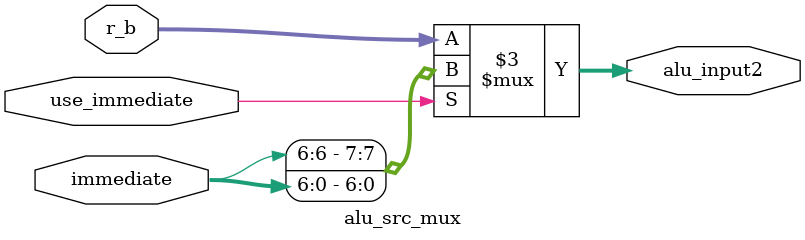
<source format=sv>
module alu_src_mux (
    input logic use_immediate, 
    input signed [7:0] r_b, 
    input signed [6:0] immediate,
    output signed [7:0] alu_input2
);

    always_comb begin
        if (use_immediate) begin
            alu_input2 = immediate; // sign-extend the immediate value
        end else begin
            alu_input2 = r_b;
        end
    end

endmodule
</source>
